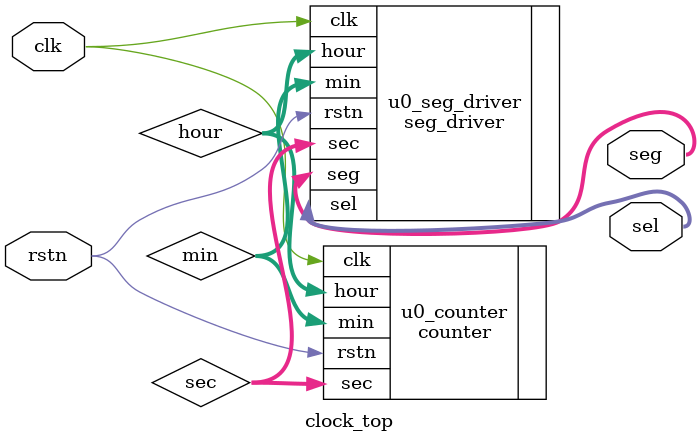
<source format=v>
module clock_top(
	input		wire			clk		,
	input		wire			rstn	,
	
	output		wire	[7:0]	seg		,
	output		wire	[5:0]	sel
);
				wire    [4:0]   hour    ;
				wire    [5:0]   min     ;
				wire    [5:0]   sec     ;

counter u0_counter(

	.clk	(clk),		
	.rstn	(rstn),
	.hour	(hour),
	.min	(min),
	.sec	(sec)
);

seg_driver u0_seg_driver(
   	.clk	(clk)	,
   	.rstn	(rstn)	,
	.hour	(hour)	,
	.min	(min)	,
	.sec	(sec)	,

	.seg	(seg)	,
	.sel	(sel)	
);
endmodule

</source>
